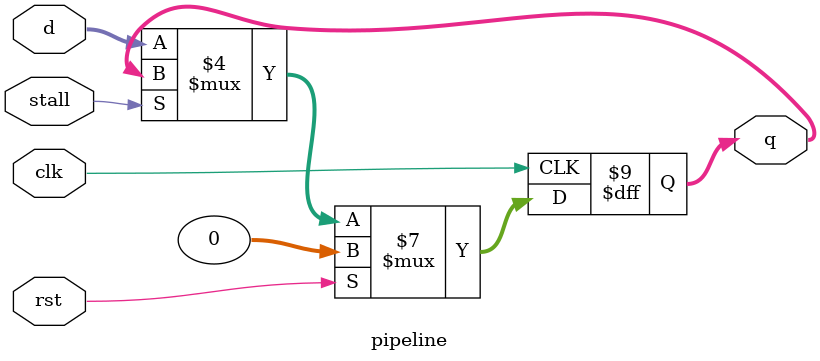
<source format=sv>
module pipeline #(parameter n = 32)
	(
		input logic clk, rst, stall,
		input logic[n-1:0] d,
		output logic[n-1:0] q
	);

	always_ff @(negedge clk)
		if (rst)
			q <= 0;
		else if(!stall)
			q <= d;
		else
			q <= q;
				
endmodule

</source>
